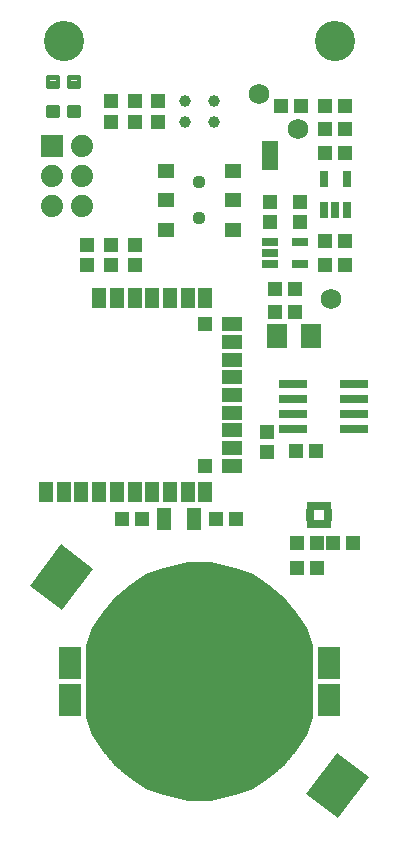
<source format=gbr>
G75*
%MOIN*%
%OFA0B0*%
%FSLAX25Y25*%
%IPPOS*%
%LPD*%
%AMOC8*
5,1,8,0,0,1.08239X$1,22.5*
%
%ADD10C,0.13398*%
%ADD11C,0.01421*%
%ADD12R,0.05131X0.04737*%
%ADD13R,0.07800X0.10800*%
%ADD14C,0.32296*%
%ADD15C,0.00500*%
%ADD16R,0.07099X0.07887*%
%ADD17R,0.04737X0.05131*%
%ADD18R,0.05524X0.02965*%
%ADD19R,0.05131X0.07493*%
%ADD20R,0.05800X0.03300*%
%ADD21R,0.04737X0.06706*%
%ADD22R,0.06706X0.04737*%
%ADD23R,0.04737X0.04737*%
%ADD24R,0.02965X0.05524*%
%ADD25C,0.03950*%
%ADD26R,0.07400X0.07400*%
%ADD27C,0.07400*%
%ADD28C,0.06800*%
%ADD29R,0.13398X0.17335*%
%ADD30R,0.09461X0.03162*%
%ADD31R,0.05328X0.04737*%
%ADD32C,0.04400*%
%ADD33R,0.01981X0.02769*%
%ADD34R,0.02769X0.01981*%
D10*
X0013780Y0261811D03*
X0104331Y0261811D03*
D11*
X0011985Y0239847D02*
X0011985Y0236531D01*
X0008669Y0236531D01*
X0008669Y0239847D01*
X0011985Y0239847D01*
X0011985Y0237951D02*
X0008669Y0237951D01*
X0008669Y0239371D02*
X0011985Y0239371D01*
X0018890Y0239847D02*
X0018890Y0236531D01*
X0015574Y0236531D01*
X0015574Y0239847D01*
X0018890Y0239847D01*
X0018890Y0237951D02*
X0015574Y0237951D01*
X0015574Y0239371D02*
X0018890Y0239371D01*
X0011985Y0249689D02*
X0011985Y0246373D01*
X0008669Y0246373D01*
X0008669Y0249689D01*
X0011985Y0249689D01*
X0011985Y0247793D02*
X0008669Y0247793D01*
X0008669Y0249213D02*
X0011985Y0249213D01*
X0018890Y0249689D02*
X0018890Y0246373D01*
X0015574Y0246373D01*
X0015574Y0249689D01*
X0018890Y0249689D01*
X0018890Y0247793D02*
X0015574Y0247793D01*
X0015574Y0249213D02*
X0018890Y0249213D01*
D12*
X0029528Y0241535D03*
X0029528Y0234843D03*
X0037402Y0241535D03*
X0037402Y0234843D03*
X0107677Y0232283D03*
X0100984Y0232283D03*
X0091142Y0125000D03*
X0097835Y0125000D03*
X0039764Y0102362D03*
X0033071Y0102362D03*
X0064567Y0102362D03*
X0071260Y0102362D03*
X0084252Y0179134D03*
X0090945Y0179134D03*
X0086220Y0240157D03*
X0092913Y0240157D03*
X0021654Y0187106D03*
X0021654Y0193799D03*
X0084252Y0171260D03*
X0090945Y0171260D03*
X0037402Y0187106D03*
X0037402Y0193799D03*
X0098327Y0094488D03*
X0091634Y0094488D03*
X0098327Y0086122D03*
X0091634Y0086122D03*
X0103445Y0094488D03*
X0110138Y0094488D03*
D13*
X0015748Y0054331D03*
X0102362Y0054331D03*
X0015748Y0042126D03*
X0102362Y0042126D03*
D14*
X0059055Y0048228D03*
D15*
X0059055Y0087598D02*
X0055118Y0087598D01*
X0047244Y0085630D01*
X0041339Y0083661D01*
X0035433Y0079724D01*
X0031102Y0076181D01*
X0027559Y0071850D01*
X0023622Y0065945D01*
X0021654Y0060039D01*
X0021654Y0048228D01*
X0059055Y0048228D01*
X0059055Y0087598D01*
X0059055Y0048356D02*
X0021654Y0048356D01*
X0021654Y0048854D02*
X0059055Y0048854D01*
X0059055Y0049353D02*
X0021654Y0049353D01*
X0021654Y0049851D02*
X0059055Y0049851D01*
X0059055Y0050350D02*
X0021654Y0050350D01*
X0021654Y0050848D02*
X0059055Y0050848D01*
X0059055Y0051347D02*
X0021654Y0051347D01*
X0021654Y0051845D02*
X0059055Y0051845D01*
X0059055Y0052344D02*
X0021654Y0052344D01*
X0021654Y0052842D02*
X0059055Y0052842D01*
X0059055Y0053341D02*
X0021654Y0053341D01*
X0021654Y0053839D02*
X0059055Y0053839D01*
X0059055Y0054338D02*
X0021654Y0054338D01*
X0021654Y0054836D02*
X0059055Y0054836D01*
X0059055Y0055335D02*
X0021654Y0055335D01*
X0021654Y0055833D02*
X0059055Y0055833D01*
X0059055Y0056332D02*
X0021654Y0056332D01*
X0021654Y0056830D02*
X0059055Y0056830D01*
X0059055Y0057329D02*
X0021654Y0057329D01*
X0021654Y0057827D02*
X0059055Y0057827D01*
X0059055Y0058326D02*
X0021654Y0058326D01*
X0021654Y0058824D02*
X0059055Y0058824D01*
X0059055Y0059323D02*
X0021654Y0059323D01*
X0021654Y0059821D02*
X0059055Y0059821D01*
X0059055Y0060320D02*
X0021747Y0060320D01*
X0021913Y0060818D02*
X0059055Y0060818D01*
X0059055Y0061317D02*
X0022079Y0061317D01*
X0022246Y0061815D02*
X0059055Y0061815D01*
X0059055Y0062314D02*
X0022412Y0062314D01*
X0022578Y0062812D02*
X0059055Y0062812D01*
X0059055Y0063311D02*
X0022744Y0063311D01*
X0022910Y0063809D02*
X0059055Y0063809D01*
X0059055Y0064308D02*
X0023076Y0064308D01*
X0023243Y0064806D02*
X0059055Y0064806D01*
X0059055Y0065305D02*
X0023409Y0065305D01*
X0023575Y0065803D02*
X0059055Y0065803D01*
X0059055Y0066302D02*
X0023860Y0066302D01*
X0024192Y0066801D02*
X0059055Y0066801D01*
X0059055Y0067299D02*
X0024525Y0067299D01*
X0024857Y0067798D02*
X0059055Y0067798D01*
X0059055Y0068296D02*
X0025189Y0068296D01*
X0025522Y0068795D02*
X0059055Y0068795D01*
X0059055Y0069293D02*
X0025854Y0069293D01*
X0026187Y0069792D02*
X0059055Y0069792D01*
X0059055Y0070290D02*
X0026519Y0070290D01*
X0026851Y0070789D02*
X0059055Y0070789D01*
X0059055Y0071287D02*
X0027184Y0071287D01*
X0027516Y0071786D02*
X0059055Y0071786D01*
X0059055Y0072284D02*
X0027914Y0072284D01*
X0028322Y0072783D02*
X0059055Y0072783D01*
X0059055Y0073281D02*
X0028730Y0073281D01*
X0029138Y0073780D02*
X0059055Y0073780D01*
X0059055Y0074278D02*
X0029545Y0074278D01*
X0029953Y0074777D02*
X0059055Y0074777D01*
X0059055Y0075275D02*
X0030361Y0075275D01*
X0030769Y0075774D02*
X0059055Y0075774D01*
X0059055Y0076272D02*
X0031214Y0076272D01*
X0031823Y0076771D02*
X0059055Y0076771D01*
X0059055Y0077269D02*
X0032432Y0077269D01*
X0033042Y0077768D02*
X0059055Y0077768D01*
X0059055Y0078266D02*
X0033651Y0078266D01*
X0034260Y0078765D02*
X0059055Y0078765D01*
X0059055Y0079263D02*
X0034870Y0079263D01*
X0035489Y0079762D02*
X0059055Y0079762D01*
X0059055Y0080260D02*
X0036237Y0080260D01*
X0036985Y0080759D02*
X0059055Y0080759D01*
X0059055Y0081257D02*
X0037732Y0081257D01*
X0038480Y0081756D02*
X0059055Y0081756D01*
X0059055Y0082254D02*
X0039228Y0082254D01*
X0039976Y0082753D02*
X0059055Y0082753D01*
X0059055Y0083251D02*
X0040724Y0083251D01*
X0041604Y0083750D02*
X0059055Y0083750D01*
X0059055Y0084248D02*
X0043100Y0084248D01*
X0044595Y0084747D02*
X0059055Y0084747D01*
X0059055Y0085245D02*
X0046091Y0085245D01*
X0047700Y0085744D02*
X0059055Y0085744D01*
X0059055Y0086242D02*
X0049694Y0086242D01*
X0051688Y0086741D02*
X0059055Y0086741D01*
X0059055Y0087239D02*
X0053682Y0087239D01*
X0059055Y0008858D02*
X0062992Y0008858D01*
X0070866Y0010827D01*
X0076772Y0012795D01*
X0082677Y0016732D01*
X0087008Y0020276D01*
X0090551Y0024606D01*
X0094488Y0030512D01*
X0096457Y0036417D01*
X0096457Y0048228D01*
X0059055Y0048228D01*
X0059055Y0008858D01*
X0059055Y0008973D02*
X0063452Y0008973D01*
X0065446Y0009472D02*
X0059055Y0009472D01*
X0059055Y0009970D02*
X0067440Y0009970D01*
X0069434Y0010469D02*
X0059055Y0010469D01*
X0059055Y0010967D02*
X0071288Y0010967D01*
X0072783Y0011466D02*
X0059055Y0011466D01*
X0059055Y0011964D02*
X0074279Y0011964D01*
X0075774Y0012463D02*
X0059055Y0012463D01*
X0059055Y0012961D02*
X0077021Y0012961D01*
X0077768Y0013460D02*
X0059055Y0013460D01*
X0059055Y0013958D02*
X0078516Y0013958D01*
X0079264Y0014457D02*
X0059055Y0014457D01*
X0059055Y0014955D02*
X0080012Y0014955D01*
X0080760Y0015454D02*
X0059055Y0015454D01*
X0059055Y0015952D02*
X0081507Y0015952D01*
X0082255Y0016451D02*
X0059055Y0016451D01*
X0059055Y0016949D02*
X0082943Y0016949D01*
X0083552Y0017448D02*
X0059055Y0017448D01*
X0059055Y0017946D02*
X0084161Y0017946D01*
X0084770Y0018445D02*
X0059055Y0018445D01*
X0059055Y0018943D02*
X0085380Y0018943D01*
X0085989Y0019442D02*
X0059055Y0019442D01*
X0059055Y0019940D02*
X0086598Y0019940D01*
X0087142Y0020439D02*
X0059055Y0020439D01*
X0059055Y0020937D02*
X0087549Y0020937D01*
X0087957Y0021436D02*
X0059055Y0021436D01*
X0059055Y0021934D02*
X0088365Y0021934D01*
X0088773Y0022433D02*
X0059055Y0022433D01*
X0059055Y0022932D02*
X0089181Y0022932D01*
X0089589Y0023430D02*
X0059055Y0023430D01*
X0059055Y0023929D02*
X0089997Y0023929D01*
X0090405Y0024427D02*
X0059055Y0024427D01*
X0059055Y0024926D02*
X0090764Y0024926D01*
X0091096Y0025424D02*
X0059055Y0025424D01*
X0059055Y0025923D02*
X0091429Y0025923D01*
X0091761Y0026421D02*
X0059055Y0026421D01*
X0059055Y0026920D02*
X0092093Y0026920D01*
X0092426Y0027418D02*
X0059055Y0027418D01*
X0059055Y0027917D02*
X0092758Y0027917D01*
X0093090Y0028415D02*
X0059055Y0028415D01*
X0059055Y0028914D02*
X0093423Y0028914D01*
X0093755Y0029412D02*
X0059055Y0029412D01*
X0059055Y0029911D02*
X0094087Y0029911D01*
X0094420Y0030409D02*
X0059055Y0030409D01*
X0059055Y0030908D02*
X0094620Y0030908D01*
X0094786Y0031406D02*
X0059055Y0031406D01*
X0059055Y0031905D02*
X0094952Y0031905D01*
X0095119Y0032403D02*
X0059055Y0032403D01*
X0059055Y0032902D02*
X0095285Y0032902D01*
X0095451Y0033400D02*
X0059055Y0033400D01*
X0059055Y0033899D02*
X0095617Y0033899D01*
X0095783Y0034397D02*
X0059055Y0034397D01*
X0059055Y0034896D02*
X0095950Y0034896D01*
X0096116Y0035394D02*
X0059055Y0035394D01*
X0059055Y0035893D02*
X0096282Y0035893D01*
X0096448Y0036391D02*
X0059055Y0036391D01*
X0059055Y0036890D02*
X0096457Y0036890D01*
X0096457Y0037388D02*
X0059055Y0037388D01*
X0059055Y0037887D02*
X0096457Y0037887D01*
X0096457Y0038385D02*
X0059055Y0038385D01*
X0059055Y0038884D02*
X0096457Y0038884D01*
X0096457Y0039382D02*
X0059055Y0039382D01*
X0059055Y0039881D02*
X0096457Y0039881D01*
X0096457Y0040379D02*
X0059055Y0040379D01*
X0059055Y0040878D02*
X0096457Y0040878D01*
X0096457Y0041376D02*
X0059055Y0041376D01*
X0059055Y0041875D02*
X0096457Y0041875D01*
X0096457Y0042373D02*
X0059055Y0042373D01*
X0059055Y0042872D02*
X0096457Y0042872D01*
X0096457Y0043370D02*
X0059055Y0043370D01*
X0059055Y0043869D02*
X0096457Y0043869D01*
X0096457Y0044368D02*
X0059055Y0044368D01*
X0059055Y0044866D02*
X0096457Y0044866D01*
X0096457Y0045365D02*
X0059055Y0045365D01*
X0059055Y0045863D02*
X0096457Y0045863D01*
X0096457Y0046362D02*
X0059055Y0046362D01*
X0059055Y0046860D02*
X0096457Y0046860D01*
X0096457Y0047359D02*
X0059055Y0047359D01*
X0059055Y0047857D02*
X0096457Y0047857D01*
X0096457Y0048228D02*
X0096457Y0060039D01*
X0094488Y0065945D01*
X0090551Y0071850D01*
X0087008Y0076181D01*
X0082677Y0079724D01*
X0076772Y0083661D01*
X0070866Y0085630D01*
X0062992Y0087598D01*
X0059055Y0087598D01*
X0059055Y0048228D01*
X0096457Y0048228D01*
X0096457Y0048356D02*
X0059055Y0048356D01*
X0059055Y0048854D02*
X0096457Y0048854D01*
X0096457Y0049353D02*
X0059055Y0049353D01*
X0059055Y0049851D02*
X0096457Y0049851D01*
X0096457Y0050350D02*
X0059055Y0050350D01*
X0059055Y0050848D02*
X0096457Y0050848D01*
X0096457Y0051347D02*
X0059055Y0051347D01*
X0059055Y0051845D02*
X0096457Y0051845D01*
X0096457Y0052344D02*
X0059055Y0052344D01*
X0059055Y0052842D02*
X0096457Y0052842D01*
X0096457Y0053341D02*
X0059055Y0053341D01*
X0059055Y0053839D02*
X0096457Y0053839D01*
X0096457Y0054338D02*
X0059055Y0054338D01*
X0059055Y0054836D02*
X0096457Y0054836D01*
X0096457Y0055335D02*
X0059055Y0055335D01*
X0059055Y0055833D02*
X0096457Y0055833D01*
X0096457Y0056332D02*
X0059055Y0056332D01*
X0059055Y0056830D02*
X0096457Y0056830D01*
X0096457Y0057329D02*
X0059055Y0057329D01*
X0059055Y0057827D02*
X0096457Y0057827D01*
X0096457Y0058326D02*
X0059055Y0058326D01*
X0059055Y0058824D02*
X0096457Y0058824D01*
X0096457Y0059323D02*
X0059055Y0059323D01*
X0059055Y0059821D02*
X0096457Y0059821D01*
X0096363Y0060320D02*
X0059055Y0060320D01*
X0059055Y0060818D02*
X0096197Y0060818D01*
X0096031Y0061317D02*
X0059055Y0061317D01*
X0059055Y0061815D02*
X0095865Y0061815D01*
X0095699Y0062314D02*
X0059055Y0062314D01*
X0059055Y0062812D02*
X0095532Y0062812D01*
X0095366Y0063311D02*
X0059055Y0063311D01*
X0059055Y0063809D02*
X0095200Y0063809D01*
X0095034Y0064308D02*
X0059055Y0064308D01*
X0059055Y0064806D02*
X0094868Y0064806D01*
X0094701Y0065305D02*
X0059055Y0065305D01*
X0059055Y0065803D02*
X0094535Y0065803D01*
X0094250Y0066302D02*
X0059055Y0066302D01*
X0059055Y0066801D02*
X0093918Y0066801D01*
X0093585Y0067299D02*
X0059055Y0067299D01*
X0059055Y0067798D02*
X0093253Y0067798D01*
X0092921Y0068296D02*
X0059055Y0068296D01*
X0059055Y0068795D02*
X0092588Y0068795D01*
X0092256Y0069293D02*
X0059055Y0069293D01*
X0059055Y0069792D02*
X0091924Y0069792D01*
X0091591Y0070290D02*
X0059055Y0070290D01*
X0059055Y0070789D02*
X0091259Y0070789D01*
X0090927Y0071287D02*
X0059055Y0071287D01*
X0059055Y0071786D02*
X0090594Y0071786D01*
X0090196Y0072284D02*
X0059055Y0072284D01*
X0059055Y0072783D02*
X0089788Y0072783D01*
X0089381Y0073281D02*
X0059055Y0073281D01*
X0059055Y0073780D02*
X0088973Y0073780D01*
X0088565Y0074278D02*
X0059055Y0074278D01*
X0059055Y0074777D02*
X0088157Y0074777D01*
X0087749Y0075275D02*
X0059055Y0075275D01*
X0059055Y0075774D02*
X0087341Y0075774D01*
X0086896Y0076272D02*
X0059055Y0076272D01*
X0059055Y0076771D02*
X0086287Y0076771D01*
X0085678Y0077269D02*
X0059055Y0077269D01*
X0059055Y0077768D02*
X0085069Y0077768D01*
X0084459Y0078266D02*
X0059055Y0078266D01*
X0059055Y0078765D02*
X0083850Y0078765D01*
X0083241Y0079263D02*
X0059055Y0079263D01*
X0059055Y0079762D02*
X0082621Y0079762D01*
X0081873Y0080260D02*
X0059055Y0080260D01*
X0059055Y0080759D02*
X0081126Y0080759D01*
X0080378Y0081257D02*
X0059055Y0081257D01*
X0059055Y0081756D02*
X0079630Y0081756D01*
X0078882Y0082254D02*
X0059055Y0082254D01*
X0059055Y0082753D02*
X0078134Y0082753D01*
X0077387Y0083251D02*
X0059055Y0083251D01*
X0059055Y0083750D02*
X0076506Y0083750D01*
X0075011Y0084248D02*
X0059055Y0084248D01*
X0059055Y0084747D02*
X0073515Y0084747D01*
X0072020Y0085245D02*
X0059055Y0085245D01*
X0059055Y0085744D02*
X0070410Y0085744D01*
X0068416Y0086242D02*
X0059055Y0086242D01*
X0059055Y0086741D02*
X0066422Y0086741D01*
X0064428Y0087239D02*
X0059055Y0087239D01*
X0021654Y0048228D02*
X0021654Y0036417D01*
X0023622Y0030512D01*
X0027559Y0024606D01*
X0031102Y0020276D01*
X0035433Y0016732D01*
X0041339Y0012795D01*
X0047244Y0010827D01*
X0055118Y0008858D01*
X0059055Y0008858D01*
X0059055Y0048228D01*
X0021654Y0048228D01*
X0054658Y0008973D02*
X0059055Y0008973D01*
X0059055Y0009472D02*
X0052664Y0009472D01*
X0050670Y0009970D02*
X0059055Y0009970D01*
X0059055Y0010469D02*
X0048676Y0010469D01*
X0046823Y0010967D02*
X0059055Y0010967D01*
X0059055Y0011466D02*
X0045327Y0011466D01*
X0043832Y0011964D02*
X0059055Y0011964D01*
X0059055Y0012463D02*
X0042336Y0012463D01*
X0041090Y0012961D02*
X0059055Y0012961D01*
X0059055Y0013460D02*
X0040342Y0013460D01*
X0039594Y0013958D02*
X0059055Y0013958D01*
X0059055Y0014457D02*
X0038846Y0014457D01*
X0038098Y0014955D02*
X0059055Y0014955D01*
X0059055Y0015454D02*
X0037351Y0015454D01*
X0036603Y0015952D02*
X0059055Y0015952D01*
X0059055Y0016451D02*
X0035855Y0016451D01*
X0035168Y0016949D02*
X0059055Y0016949D01*
X0059055Y0017448D02*
X0034558Y0017448D01*
X0033949Y0017946D02*
X0059055Y0017946D01*
X0059055Y0018445D02*
X0033340Y0018445D01*
X0032731Y0018943D02*
X0059055Y0018943D01*
X0059055Y0019442D02*
X0032121Y0019442D01*
X0031512Y0019940D02*
X0059055Y0019940D01*
X0059055Y0020439D02*
X0030969Y0020439D01*
X0030561Y0020937D02*
X0059055Y0020937D01*
X0059055Y0021436D02*
X0030153Y0021436D01*
X0029745Y0021934D02*
X0059055Y0021934D01*
X0059055Y0022433D02*
X0029337Y0022433D01*
X0028929Y0022932D02*
X0059055Y0022932D01*
X0059055Y0023430D02*
X0028521Y0023430D01*
X0028114Y0023929D02*
X0059055Y0023929D01*
X0059055Y0024427D02*
X0027706Y0024427D01*
X0027346Y0024926D02*
X0059055Y0024926D01*
X0059055Y0025424D02*
X0027014Y0025424D01*
X0026682Y0025923D02*
X0059055Y0025923D01*
X0059055Y0026421D02*
X0026349Y0026421D01*
X0026017Y0026920D02*
X0059055Y0026920D01*
X0059055Y0027418D02*
X0025684Y0027418D01*
X0025352Y0027917D02*
X0059055Y0027917D01*
X0059055Y0028415D02*
X0025020Y0028415D01*
X0024687Y0028914D02*
X0059055Y0028914D01*
X0059055Y0029412D02*
X0024355Y0029412D01*
X0024023Y0029911D02*
X0059055Y0029911D01*
X0059055Y0030409D02*
X0023690Y0030409D01*
X0023490Y0030908D02*
X0059055Y0030908D01*
X0059055Y0031406D02*
X0023324Y0031406D01*
X0023158Y0031905D02*
X0059055Y0031905D01*
X0059055Y0032403D02*
X0022992Y0032403D01*
X0022825Y0032902D02*
X0059055Y0032902D01*
X0059055Y0033400D02*
X0022659Y0033400D01*
X0022493Y0033899D02*
X0059055Y0033899D01*
X0059055Y0034397D02*
X0022327Y0034397D01*
X0022161Y0034896D02*
X0059055Y0034896D01*
X0059055Y0035394D02*
X0021995Y0035394D01*
X0021828Y0035893D02*
X0059055Y0035893D01*
X0059055Y0036391D02*
X0021662Y0036391D01*
X0021654Y0036890D02*
X0059055Y0036890D01*
X0059055Y0037388D02*
X0021654Y0037388D01*
X0021654Y0037887D02*
X0059055Y0037887D01*
X0059055Y0038385D02*
X0021654Y0038385D01*
X0021654Y0038884D02*
X0059055Y0038884D01*
X0059055Y0039382D02*
X0021654Y0039382D01*
X0021654Y0039881D02*
X0059055Y0039881D01*
X0059055Y0040379D02*
X0021654Y0040379D01*
X0021654Y0040878D02*
X0059055Y0040878D01*
X0059055Y0041376D02*
X0021654Y0041376D01*
X0021654Y0041875D02*
X0059055Y0041875D01*
X0059055Y0042373D02*
X0021654Y0042373D01*
X0021654Y0042872D02*
X0059055Y0042872D01*
X0059055Y0043370D02*
X0021654Y0043370D01*
X0021654Y0043869D02*
X0059055Y0043869D01*
X0059055Y0044368D02*
X0021654Y0044368D01*
X0021654Y0044866D02*
X0059055Y0044866D01*
X0059055Y0045365D02*
X0021654Y0045365D01*
X0021654Y0045863D02*
X0059055Y0045863D01*
X0059055Y0046362D02*
X0021654Y0046362D01*
X0021654Y0046860D02*
X0059055Y0046860D01*
X0059055Y0047359D02*
X0021654Y0047359D01*
X0021654Y0047857D02*
X0059055Y0047857D01*
D16*
X0085039Y0163386D03*
X0096063Y0163386D03*
D17*
X0082677Y0201378D03*
X0082677Y0208071D03*
X0092520Y0201378D03*
X0092520Y0208071D03*
X0100984Y0187008D03*
X0107677Y0187008D03*
X0045276Y0234843D03*
X0045276Y0241535D03*
X0100984Y0194882D03*
X0107677Y0194882D03*
X0107677Y0240157D03*
X0100984Y0240157D03*
X0107677Y0224409D03*
X0100984Y0224409D03*
X0029528Y0193799D03*
X0029528Y0187106D03*
X0081693Y0124606D03*
X0081693Y0131299D03*
D18*
X0082480Y0194685D03*
X0082480Y0190945D03*
X0082480Y0187205D03*
X0092717Y0187205D03*
X0092717Y0194685D03*
D19*
X0057087Y0102362D03*
X0047244Y0102362D03*
D20*
X0082677Y0226625D03*
X0082677Y0223425D03*
X0082677Y0220225D03*
D21*
X0007874Y0111220D03*
X0013780Y0111220D03*
X0019685Y0111220D03*
X0025591Y0111220D03*
X0031496Y0111220D03*
X0037402Y0111220D03*
X0043307Y0111220D03*
X0049213Y0111220D03*
X0055118Y0111220D03*
X0061024Y0111220D03*
X0061024Y0176181D03*
X0055118Y0176181D03*
X0049213Y0176181D03*
X0043307Y0176181D03*
X0037402Y0176181D03*
X0031496Y0176181D03*
X0025591Y0176181D03*
D22*
X0069882Y0120079D03*
X0069882Y0125984D03*
X0069882Y0131890D03*
X0069882Y0137795D03*
X0069882Y0143701D03*
X0069882Y0149606D03*
X0069882Y0155512D03*
X0069882Y0161417D03*
X0069882Y0167323D03*
D23*
X0061024Y0120079D03*
X0061024Y0167323D03*
D24*
X0100591Y0205512D03*
X0104331Y0205512D03*
X0108071Y0205512D03*
X0108071Y0215748D03*
X0100591Y0215748D03*
D25*
X0063898Y0241535D03*
X0063898Y0234843D03*
X0054213Y0241535D03*
X0054213Y0234843D03*
D26*
X0009764Y0226535D03*
D27*
X0019764Y0226535D03*
X0009764Y0216535D03*
X0019764Y0216535D03*
X0009764Y0206535D03*
X0019764Y0206535D03*
D28*
X0078740Y0244094D03*
X0092028Y0232283D03*
X0102854Y0175689D03*
D29*
G36*
X0013126Y0071986D02*
X0002427Y0080049D01*
X0012858Y0093892D01*
X0023557Y0085829D01*
X0013126Y0071986D01*
G37*
G36*
X0105252Y0002564D02*
X0094553Y0010627D01*
X0104984Y0024470D01*
X0115683Y0016407D01*
X0105252Y0002564D01*
G37*
D30*
X0110630Y0137264D03*
X0090157Y0137264D03*
X0110630Y0132264D03*
X0110630Y0142264D03*
X0110630Y0147264D03*
X0090157Y0132264D03*
X0090157Y0142264D03*
X0090157Y0147264D03*
D31*
X0070177Y0198819D03*
X0070177Y0208661D03*
X0070177Y0218504D03*
X0047933Y0198819D03*
X0047933Y0208661D03*
X0047933Y0218504D03*
D32*
X0059055Y0202756D03*
X0059055Y0214567D03*
D33*
X0101870Y0106841D03*
X0099902Y0106841D03*
X0097933Y0106841D03*
X0095965Y0106841D03*
X0095965Y0100837D03*
X0097933Y0100837D03*
X0099902Y0100837D03*
X0101870Y0100837D03*
D34*
X0095915Y0104823D03*
X0101919Y0102854D03*
X0101919Y0104823D03*
X0095915Y0102854D03*
M02*

</source>
